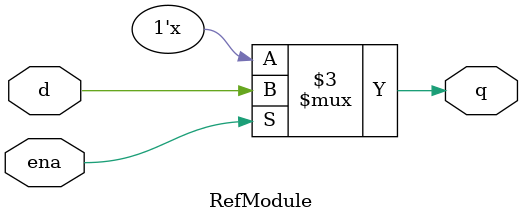
<source format=sv>

module RefModule (
  input d,
  input ena,
  output logic q
);

  always@(*) begin
    if (ena)
      q = d;
  end

endmodule


</source>
